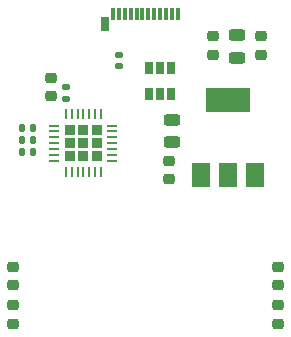
<source format=gbr>
%TF.GenerationSoftware,KiCad,Pcbnew,(5.99.0-11663-g8172737d6f)*%
%TF.CreationDate,2021-08-09T10:24:35+02:00*%
%TF.ProjectId,Framework_Serial,4672616d-6577-46f7-926b-5f5365726961,rev?*%
%TF.SameCoordinates,Original*%
%TF.FileFunction,Paste,Top*%
%TF.FilePolarity,Positive*%
%FSLAX46Y46*%
G04 Gerber Fmt 4.6, Leading zero omitted, Abs format (unit mm)*
G04 Created by KiCad (PCBNEW (5.99.0-11663-g8172737d6f)) date 2021-08-09 10:24:35*
%MOMM*%
%LPD*%
G01*
G04 APERTURE LIST*
G04 Aperture macros list*
%AMRoundRect*
0 Rectangle with rounded corners*
0 $1 Rounding radius*
0 $2 $3 $4 $5 $6 $7 $8 $9 X,Y pos of 4 corners*
0 Add a 4 corners polygon primitive as box body*
4,1,4,$2,$3,$4,$5,$6,$7,$8,$9,$2,$3,0*
0 Add four circle primitives for the rounded corners*
1,1,$1+$1,$2,$3*
1,1,$1+$1,$4,$5*
1,1,$1+$1,$6,$7*
1,1,$1+$1,$8,$9*
0 Add four rect primitives between the rounded corners*
20,1,$1+$1,$2,$3,$4,$5,0*
20,1,$1+$1,$4,$5,$6,$7,0*
20,1,$1+$1,$6,$7,$8,$9,0*
20,1,$1+$1,$8,$9,$2,$3,0*%
G04 Aperture macros list end*
%ADD10RoundRect,0.243750X-0.456250X0.243750X-0.456250X-0.243750X0.456250X-0.243750X0.456250X0.243750X0*%
%ADD11R,3.800000X2.000000*%
%ADD12R,1.500000X2.000000*%
%ADD13RoundRect,0.147500X-0.147500X-0.172500X0.147500X-0.172500X0.147500X0.172500X-0.147500X0.172500X0*%
%ADD14RoundRect,0.147500X0.147500X0.172500X-0.147500X0.172500X-0.147500X-0.172500X0.147500X-0.172500X0*%
%ADD15RoundRect,0.147500X-0.172500X0.147500X-0.172500X-0.147500X0.172500X-0.147500X0.172500X0.147500X0*%
%ADD16RoundRect,0.147500X0.172500X-0.147500X0.172500X0.147500X-0.172500X0.147500X-0.172500X-0.147500X0*%
%ADD17RoundRect,0.218750X0.256250X-0.218750X0.256250X0.218750X-0.256250X0.218750X-0.256250X-0.218750X0*%
%ADD18RoundRect,0.218750X-0.256250X0.218750X-0.256250X-0.218750X0.256250X-0.218750X0.256250X0.218750X0*%
%ADD19RoundRect,0.225000X-0.225000X0.225000X-0.225000X-0.225000X0.225000X-0.225000X0.225000X0.225000X0*%
%ADD20RoundRect,0.062500X-0.062500X0.337500X-0.062500X-0.337500X0.062500X-0.337500X0.062500X0.337500X0*%
%ADD21RoundRect,0.062500X-0.337500X0.062500X-0.337500X-0.062500X0.337500X-0.062500X0.337500X0.062500X0*%
%ADD22R,0.380000X1.000000*%
%ADD23R,0.700000X1.150000*%
%ADD24R,0.650000X1.060000*%
G04 APERTURE END LIST*
D10*
%TO.C,C8*%
X84750000Y-38812500D03*
X84750000Y-40687500D03*
%TD*%
D11*
%TO.C,U3*%
X89500000Y-37100000D03*
D12*
X89500000Y-43400000D03*
X91800000Y-43400000D03*
X87200000Y-43400000D03*
%TD*%
D13*
%TO.C,R4*%
X72015000Y-40500000D03*
X72985000Y-40500000D03*
%TD*%
D14*
%TO.C,R3*%
X72985000Y-39500000D03*
X72015000Y-39500000D03*
%TD*%
D13*
%TO.C,R2*%
X72015000Y-41500000D03*
X72985000Y-41500000D03*
%TD*%
D15*
%TO.C,R1*%
X80250000Y-33265000D03*
X80250000Y-34235000D03*
%TD*%
D16*
%TO.C,C7*%
X75750000Y-36985000D03*
X75750000Y-36015000D03*
%TD*%
D17*
%TO.C,C6*%
X74500000Y-36787500D03*
X74500000Y-35212500D03*
%TD*%
%TO.C,C3*%
X84500000Y-43787500D03*
X84500000Y-42212500D03*
%TD*%
D10*
%TO.C,FB1*%
X90250000Y-31625000D03*
X90250000Y-33500000D03*
%TD*%
D18*
%TO.C,R5*%
X71250000Y-51212500D03*
X71250000Y-52787500D03*
%TD*%
D19*
%TO.C,U2*%
X77250000Y-41870000D03*
X78370000Y-41870000D03*
X76130000Y-40750000D03*
X77250000Y-40750000D03*
X78370000Y-39630000D03*
X76130000Y-39630000D03*
X78370000Y-40750000D03*
X77250000Y-39630000D03*
X76130000Y-41870000D03*
D20*
X78750000Y-38300000D03*
X78250000Y-38300000D03*
X77750000Y-38300000D03*
X77250000Y-38300000D03*
X76750000Y-38300000D03*
X76250000Y-38300000D03*
X75750000Y-38300000D03*
D21*
X74800000Y-39250000D03*
X74800000Y-39750000D03*
X74800000Y-40250000D03*
X74800000Y-40750000D03*
X74800000Y-41250000D03*
X74800000Y-41750000D03*
X74800000Y-42250000D03*
D20*
X75750000Y-43200000D03*
X76250000Y-43200000D03*
X76750000Y-43200000D03*
X77250000Y-43200000D03*
X77750000Y-43200000D03*
X78250000Y-43200000D03*
X78750000Y-43200000D03*
D21*
X79700000Y-42250000D03*
X79700000Y-41750000D03*
X79700000Y-41250000D03*
X79700000Y-40750000D03*
X79700000Y-40250000D03*
X79700000Y-39750000D03*
X79700000Y-39250000D03*
%TD*%
D18*
%TO.C,R6*%
X93750000Y-51212500D03*
X93750000Y-52787500D03*
%TD*%
D22*
%TO.C,P1*%
X79750000Y-29790000D03*
X80250000Y-29790000D03*
X80750000Y-29790000D03*
X81250000Y-29790000D03*
X81750000Y-29790000D03*
X82250000Y-29790000D03*
X82750000Y-29790000D03*
X83250000Y-29790000D03*
X83750000Y-29790000D03*
X84250000Y-29790000D03*
X84750000Y-29790000D03*
X85250000Y-29790000D03*
D23*
X79080000Y-30630000D03*
%TD*%
D18*
%TO.C,C1*%
X88250000Y-31712500D03*
X88250000Y-33287500D03*
%TD*%
D24*
%TO.C,U1*%
X82800000Y-36600000D03*
X83750000Y-36600000D03*
X84700000Y-36600000D03*
X84700000Y-34400000D03*
X83750000Y-34400000D03*
X82800000Y-34400000D03*
%TD*%
D17*
%TO.C,D1*%
X71250000Y-56037500D03*
X71250000Y-54462500D03*
%TD*%
%TO.C,D2*%
X93750000Y-56037500D03*
X93750000Y-54462500D03*
%TD*%
%TO.C,C2*%
X92250000Y-33287500D03*
X92250000Y-31712500D03*
%TD*%
M02*

</source>
